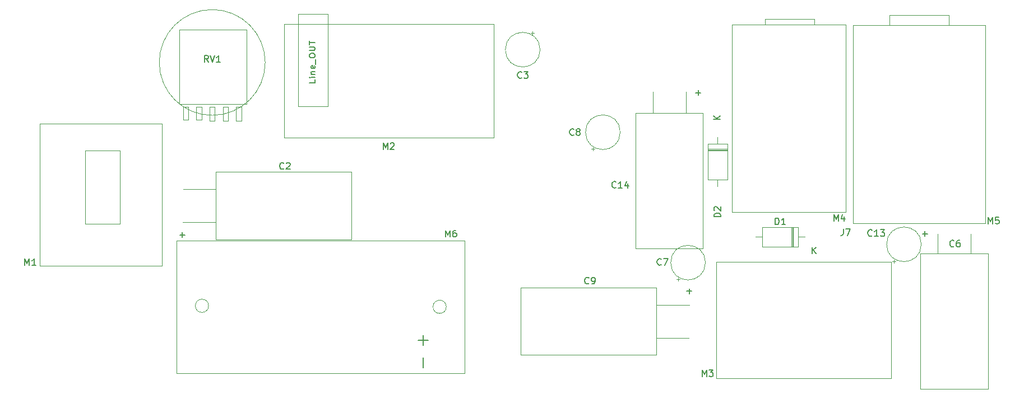
<source format=gbr>
%TF.GenerationSoftware,KiCad,Pcbnew,9.0.5*%
%TF.CreationDate,2025-10-20T18:48:48+02:00*%
%TF.ProjectId,yoradio-2,796f7261-6469-46f2-9d32-2e6b69636164,rev?*%
%TF.SameCoordinates,Original*%
%TF.FileFunction,Legend,Top*%
%TF.FilePolarity,Positive*%
%FSLAX46Y46*%
G04 Gerber Fmt 4.6, Leading zero omitted, Abs format (unit mm)*
G04 Created by KiCad (PCBNEW 9.0.5) date 2025-10-20 18:48:48*
%MOMM*%
%LPD*%
G01*
G04 APERTURE LIST*
%ADD10C,0.200000*%
%ADD11C,0.150000*%
%ADD12C,0.120000*%
%ADD13C,0.050000*%
%ADD14C,0.100000*%
G04 APERTURE END LIST*
D10*
X215422826Y-107483733D02*
X214660922Y-107483733D01*
X215041874Y-107102780D02*
X215041874Y-107864685D01*
D11*
X201290476Y-105554819D02*
X201290476Y-104554819D01*
X201290476Y-104554819D02*
X201623809Y-105269104D01*
X201623809Y-105269104D02*
X201957142Y-104554819D01*
X201957142Y-104554819D02*
X201957142Y-105554819D01*
X202861904Y-104888152D02*
X202861904Y-105554819D01*
X202623809Y-104507200D02*
X202385714Y-105221485D01*
X202385714Y-105221485D02*
X203004761Y-105221485D01*
X142630476Y-107954819D02*
X142630476Y-106954819D01*
X142630476Y-106954819D02*
X142963809Y-107669104D01*
X142963809Y-107669104D02*
X143297142Y-106954819D01*
X143297142Y-106954819D02*
X143297142Y-107954819D01*
X144201904Y-106954819D02*
X144011428Y-106954819D01*
X144011428Y-106954819D02*
X143916190Y-107002438D01*
X143916190Y-107002438D02*
X143868571Y-107050057D01*
X143868571Y-107050057D02*
X143773333Y-107192914D01*
X143773333Y-107192914D02*
X143725714Y-107383390D01*
X143725714Y-107383390D02*
X143725714Y-107764342D01*
X143725714Y-107764342D02*
X143773333Y-107859580D01*
X143773333Y-107859580D02*
X143820952Y-107907200D01*
X143820952Y-107907200D02*
X143916190Y-107954819D01*
X143916190Y-107954819D02*
X144106666Y-107954819D01*
X144106666Y-107954819D02*
X144201904Y-107907200D01*
X144201904Y-107907200D02*
X144249523Y-107859580D01*
X144249523Y-107859580D02*
X144297142Y-107764342D01*
X144297142Y-107764342D02*
X144297142Y-107526247D01*
X144297142Y-107526247D02*
X144249523Y-107431009D01*
X144249523Y-107431009D02*
X144201904Y-107383390D01*
X144201904Y-107383390D02*
X144106666Y-107335771D01*
X144106666Y-107335771D02*
X143916190Y-107335771D01*
X143916190Y-107335771D02*
X143820952Y-107383390D01*
X143820952Y-107383390D02*
X143773333Y-107431009D01*
X143773333Y-107431009D02*
X143725714Y-107526247D01*
D10*
X139259566Y-126227768D02*
X139259566Y-127751578D01*
X139259566Y-122777768D02*
X139259566Y-124301578D01*
X138497661Y-123539673D02*
X140021471Y-123539673D01*
D11*
X79090476Y-112254819D02*
X79090476Y-111254819D01*
X79090476Y-111254819D02*
X79423809Y-111969104D01*
X79423809Y-111969104D02*
X79757142Y-111254819D01*
X79757142Y-111254819D02*
X79757142Y-112254819D01*
X80757142Y-112254819D02*
X80185714Y-112254819D01*
X80471428Y-112254819D02*
X80471428Y-111254819D01*
X80471428Y-111254819D02*
X80376190Y-111397676D01*
X80376190Y-111397676D02*
X80280952Y-111492914D01*
X80280952Y-111492914D02*
X80185714Y-111540533D01*
X168377142Y-100459580D02*
X168329523Y-100507200D01*
X168329523Y-100507200D02*
X168186666Y-100554819D01*
X168186666Y-100554819D02*
X168091428Y-100554819D01*
X168091428Y-100554819D02*
X167948571Y-100507200D01*
X167948571Y-100507200D02*
X167853333Y-100411961D01*
X167853333Y-100411961D02*
X167805714Y-100316723D01*
X167805714Y-100316723D02*
X167758095Y-100126247D01*
X167758095Y-100126247D02*
X167758095Y-99983390D01*
X167758095Y-99983390D02*
X167805714Y-99792914D01*
X167805714Y-99792914D02*
X167853333Y-99697676D01*
X167853333Y-99697676D02*
X167948571Y-99602438D01*
X167948571Y-99602438D02*
X168091428Y-99554819D01*
X168091428Y-99554819D02*
X168186666Y-99554819D01*
X168186666Y-99554819D02*
X168329523Y-99602438D01*
X168329523Y-99602438D02*
X168377142Y-99650057D01*
X169329523Y-100554819D02*
X168758095Y-100554819D01*
X169043809Y-100554819D02*
X169043809Y-99554819D01*
X169043809Y-99554819D02*
X168948571Y-99697676D01*
X168948571Y-99697676D02*
X168853333Y-99792914D01*
X168853333Y-99792914D02*
X168758095Y-99840533D01*
X170186666Y-99888152D02*
X170186666Y-100554819D01*
X169948571Y-99507200D02*
X169710476Y-100221485D01*
X169710476Y-100221485D02*
X170329523Y-100221485D01*
D10*
X181172826Y-86133733D02*
X180410922Y-86133733D01*
X180791874Y-85752780D02*
X180791874Y-86514685D01*
D11*
X118195833Y-97609580D02*
X118148214Y-97657200D01*
X118148214Y-97657200D02*
X118005357Y-97704819D01*
X118005357Y-97704819D02*
X117910119Y-97704819D01*
X117910119Y-97704819D02*
X117767262Y-97657200D01*
X117767262Y-97657200D02*
X117672024Y-97561961D01*
X117672024Y-97561961D02*
X117624405Y-97466723D01*
X117624405Y-97466723D02*
X117576786Y-97276247D01*
X117576786Y-97276247D02*
X117576786Y-97133390D01*
X117576786Y-97133390D02*
X117624405Y-96942914D01*
X117624405Y-96942914D02*
X117672024Y-96847676D01*
X117672024Y-96847676D02*
X117767262Y-96752438D01*
X117767262Y-96752438D02*
X117910119Y-96704819D01*
X117910119Y-96704819D02*
X118005357Y-96704819D01*
X118005357Y-96704819D02*
X118148214Y-96752438D01*
X118148214Y-96752438D02*
X118195833Y-96800057D01*
X118576786Y-96800057D02*
X118624405Y-96752438D01*
X118624405Y-96752438D02*
X118719643Y-96704819D01*
X118719643Y-96704819D02*
X118957738Y-96704819D01*
X118957738Y-96704819D02*
X119052976Y-96752438D01*
X119052976Y-96752438D02*
X119100595Y-96800057D01*
X119100595Y-96800057D02*
X119148214Y-96895295D01*
X119148214Y-96895295D02*
X119148214Y-96990533D01*
X119148214Y-96990533D02*
X119100595Y-97133390D01*
X119100595Y-97133390D02*
X118529167Y-97704819D01*
X118529167Y-97704819D02*
X119148214Y-97704819D01*
D10*
X102851233Y-107239673D02*
X102851233Y-108001578D01*
X102470280Y-107620625D02*
X103232185Y-107620625D01*
D11*
X224590476Y-105954819D02*
X224590476Y-104954819D01*
X224590476Y-104954819D02*
X224923809Y-105669104D01*
X224923809Y-105669104D02*
X225257142Y-104954819D01*
X225257142Y-104954819D02*
X225257142Y-105954819D01*
X226209523Y-104954819D02*
X225733333Y-104954819D01*
X225733333Y-104954819D02*
X225685714Y-105431009D01*
X225685714Y-105431009D02*
X225733333Y-105383390D01*
X225733333Y-105383390D02*
X225828571Y-105335771D01*
X225828571Y-105335771D02*
X226066666Y-105335771D01*
X226066666Y-105335771D02*
X226161904Y-105383390D01*
X226161904Y-105383390D02*
X226209523Y-105431009D01*
X226209523Y-105431009D02*
X226257142Y-105526247D01*
X226257142Y-105526247D02*
X226257142Y-105764342D01*
X226257142Y-105764342D02*
X226209523Y-105859580D01*
X226209523Y-105859580D02*
X226161904Y-105907200D01*
X226161904Y-105907200D02*
X226066666Y-105954819D01*
X226066666Y-105954819D02*
X225828571Y-105954819D01*
X225828571Y-105954819D02*
X225733333Y-105907200D01*
X225733333Y-105907200D02*
X225685714Y-105859580D01*
X154135833Y-83839580D02*
X154088214Y-83887200D01*
X154088214Y-83887200D02*
X153945357Y-83934819D01*
X153945357Y-83934819D02*
X153850119Y-83934819D01*
X153850119Y-83934819D02*
X153707262Y-83887200D01*
X153707262Y-83887200D02*
X153612024Y-83791961D01*
X153612024Y-83791961D02*
X153564405Y-83696723D01*
X153564405Y-83696723D02*
X153516786Y-83506247D01*
X153516786Y-83506247D02*
X153516786Y-83363390D01*
X153516786Y-83363390D02*
X153564405Y-83172914D01*
X153564405Y-83172914D02*
X153612024Y-83077676D01*
X153612024Y-83077676D02*
X153707262Y-82982438D01*
X153707262Y-82982438D02*
X153850119Y-82934819D01*
X153850119Y-82934819D02*
X153945357Y-82934819D01*
X153945357Y-82934819D02*
X154088214Y-82982438D01*
X154088214Y-82982438D02*
X154135833Y-83030057D01*
X154469167Y-82934819D02*
X155088214Y-82934819D01*
X155088214Y-82934819D02*
X154754881Y-83315771D01*
X154754881Y-83315771D02*
X154897738Y-83315771D01*
X154897738Y-83315771D02*
X154992976Y-83363390D01*
X154992976Y-83363390D02*
X155040595Y-83411009D01*
X155040595Y-83411009D02*
X155088214Y-83506247D01*
X155088214Y-83506247D02*
X155088214Y-83744342D01*
X155088214Y-83744342D02*
X155040595Y-83839580D01*
X155040595Y-83839580D02*
X154992976Y-83887200D01*
X154992976Y-83887200D02*
X154897738Y-83934819D01*
X154897738Y-83934819D02*
X154612024Y-83934819D01*
X154612024Y-83934819D02*
X154516786Y-83887200D01*
X154516786Y-83887200D02*
X154469167Y-83839580D01*
X219433333Y-109359580D02*
X219385714Y-109407200D01*
X219385714Y-109407200D02*
X219242857Y-109454819D01*
X219242857Y-109454819D02*
X219147619Y-109454819D01*
X219147619Y-109454819D02*
X219004762Y-109407200D01*
X219004762Y-109407200D02*
X218909524Y-109311961D01*
X218909524Y-109311961D02*
X218861905Y-109216723D01*
X218861905Y-109216723D02*
X218814286Y-109026247D01*
X218814286Y-109026247D02*
X218814286Y-108883390D01*
X218814286Y-108883390D02*
X218861905Y-108692914D01*
X218861905Y-108692914D02*
X218909524Y-108597676D01*
X218909524Y-108597676D02*
X219004762Y-108502438D01*
X219004762Y-108502438D02*
X219147619Y-108454819D01*
X219147619Y-108454819D02*
X219242857Y-108454819D01*
X219242857Y-108454819D02*
X219385714Y-108502438D01*
X219385714Y-108502438D02*
X219433333Y-108550057D01*
X220290476Y-108454819D02*
X220100000Y-108454819D01*
X220100000Y-108454819D02*
X220004762Y-108502438D01*
X220004762Y-108502438D02*
X219957143Y-108550057D01*
X219957143Y-108550057D02*
X219861905Y-108692914D01*
X219861905Y-108692914D02*
X219814286Y-108883390D01*
X219814286Y-108883390D02*
X219814286Y-109264342D01*
X219814286Y-109264342D02*
X219861905Y-109359580D01*
X219861905Y-109359580D02*
X219909524Y-109407200D01*
X219909524Y-109407200D02*
X220004762Y-109454819D01*
X220004762Y-109454819D02*
X220195238Y-109454819D01*
X220195238Y-109454819D02*
X220290476Y-109407200D01*
X220290476Y-109407200D02*
X220338095Y-109359580D01*
X220338095Y-109359580D02*
X220385714Y-109264342D01*
X220385714Y-109264342D02*
X220385714Y-109026247D01*
X220385714Y-109026247D02*
X220338095Y-108931009D01*
X220338095Y-108931009D02*
X220290476Y-108883390D01*
X220290476Y-108883390D02*
X220195238Y-108835771D01*
X220195238Y-108835771D02*
X220004762Y-108835771D01*
X220004762Y-108835771D02*
X219909524Y-108883390D01*
X219909524Y-108883390D02*
X219861905Y-108931009D01*
X219861905Y-108931009D02*
X219814286Y-109026247D01*
X192451905Y-106094819D02*
X192451905Y-105094819D01*
X192451905Y-105094819D02*
X192690000Y-105094819D01*
X192690000Y-105094819D02*
X192832857Y-105142438D01*
X192832857Y-105142438D02*
X192928095Y-105237676D01*
X192928095Y-105237676D02*
X192975714Y-105332914D01*
X192975714Y-105332914D02*
X193023333Y-105523390D01*
X193023333Y-105523390D02*
X193023333Y-105666247D01*
X193023333Y-105666247D02*
X192975714Y-105856723D01*
X192975714Y-105856723D02*
X192928095Y-105951961D01*
X192928095Y-105951961D02*
X192832857Y-106047200D01*
X192832857Y-106047200D02*
X192690000Y-106094819D01*
X192690000Y-106094819D02*
X192451905Y-106094819D01*
X193975714Y-106094819D02*
X193404286Y-106094819D01*
X193690000Y-106094819D02*
X193690000Y-105094819D01*
X193690000Y-105094819D02*
X193594762Y-105237676D01*
X193594762Y-105237676D02*
X193499524Y-105332914D01*
X193499524Y-105332914D02*
X193404286Y-105380533D01*
X198008095Y-110494819D02*
X198008095Y-109494819D01*
X198579523Y-110494819D02*
X198150952Y-109923390D01*
X198579523Y-109494819D02*
X198008095Y-110066247D01*
X202736666Y-106724819D02*
X202736666Y-107439104D01*
X202736666Y-107439104D02*
X202689047Y-107581961D01*
X202689047Y-107581961D02*
X202593809Y-107677200D01*
X202593809Y-107677200D02*
X202450952Y-107724819D01*
X202450952Y-107724819D02*
X202355714Y-107724819D01*
X203117619Y-106724819D02*
X203784285Y-106724819D01*
X203784285Y-106724819D02*
X203355714Y-107724819D01*
X175213333Y-112124693D02*
X175165714Y-112172313D01*
X175165714Y-112172313D02*
X175022857Y-112219932D01*
X175022857Y-112219932D02*
X174927619Y-112219932D01*
X174927619Y-112219932D02*
X174784762Y-112172313D01*
X174784762Y-112172313D02*
X174689524Y-112077074D01*
X174689524Y-112077074D02*
X174641905Y-111981836D01*
X174641905Y-111981836D02*
X174594286Y-111791360D01*
X174594286Y-111791360D02*
X174594286Y-111648503D01*
X174594286Y-111648503D02*
X174641905Y-111458027D01*
X174641905Y-111458027D02*
X174689524Y-111362789D01*
X174689524Y-111362789D02*
X174784762Y-111267551D01*
X174784762Y-111267551D02*
X174927619Y-111219932D01*
X174927619Y-111219932D02*
X175022857Y-111219932D01*
X175022857Y-111219932D02*
X175165714Y-111267551D01*
X175165714Y-111267551D02*
X175213333Y-111315170D01*
X175546667Y-111219932D02*
X176213333Y-111219932D01*
X176213333Y-111219932D02*
X175784762Y-112219932D01*
X181390476Y-129054819D02*
X181390476Y-128054819D01*
X181390476Y-128054819D02*
X181723809Y-128769104D01*
X181723809Y-128769104D02*
X182057142Y-128054819D01*
X182057142Y-128054819D02*
X182057142Y-129054819D01*
X182438095Y-128054819D02*
X183057142Y-128054819D01*
X183057142Y-128054819D02*
X182723809Y-128435771D01*
X182723809Y-128435771D02*
X182866666Y-128435771D01*
X182866666Y-128435771D02*
X182961904Y-128483390D01*
X182961904Y-128483390D02*
X183009523Y-128531009D01*
X183009523Y-128531009D02*
X183057142Y-128626247D01*
X183057142Y-128626247D02*
X183057142Y-128864342D01*
X183057142Y-128864342D02*
X183009523Y-128959580D01*
X183009523Y-128959580D02*
X182961904Y-129007200D01*
X182961904Y-129007200D02*
X182866666Y-129054819D01*
X182866666Y-129054819D02*
X182580952Y-129054819D01*
X182580952Y-129054819D02*
X182485714Y-129007200D01*
X182485714Y-129007200D02*
X182438095Y-128959580D01*
X162013333Y-92499580D02*
X161965714Y-92547200D01*
X161965714Y-92547200D02*
X161822857Y-92594819D01*
X161822857Y-92594819D02*
X161727619Y-92594819D01*
X161727619Y-92594819D02*
X161584762Y-92547200D01*
X161584762Y-92547200D02*
X161489524Y-92451961D01*
X161489524Y-92451961D02*
X161441905Y-92356723D01*
X161441905Y-92356723D02*
X161394286Y-92166247D01*
X161394286Y-92166247D02*
X161394286Y-92023390D01*
X161394286Y-92023390D02*
X161441905Y-91832914D01*
X161441905Y-91832914D02*
X161489524Y-91737676D01*
X161489524Y-91737676D02*
X161584762Y-91642438D01*
X161584762Y-91642438D02*
X161727619Y-91594819D01*
X161727619Y-91594819D02*
X161822857Y-91594819D01*
X161822857Y-91594819D02*
X161965714Y-91642438D01*
X161965714Y-91642438D02*
X162013333Y-91690057D01*
X162584762Y-92023390D02*
X162489524Y-91975771D01*
X162489524Y-91975771D02*
X162441905Y-91928152D01*
X162441905Y-91928152D02*
X162394286Y-91832914D01*
X162394286Y-91832914D02*
X162394286Y-91785295D01*
X162394286Y-91785295D02*
X162441905Y-91690057D01*
X162441905Y-91690057D02*
X162489524Y-91642438D01*
X162489524Y-91642438D02*
X162584762Y-91594819D01*
X162584762Y-91594819D02*
X162775238Y-91594819D01*
X162775238Y-91594819D02*
X162870476Y-91642438D01*
X162870476Y-91642438D02*
X162918095Y-91690057D01*
X162918095Y-91690057D02*
X162965714Y-91785295D01*
X162965714Y-91785295D02*
X162965714Y-91832914D01*
X162965714Y-91832914D02*
X162918095Y-91928152D01*
X162918095Y-91928152D02*
X162870476Y-91975771D01*
X162870476Y-91975771D02*
X162775238Y-92023390D01*
X162775238Y-92023390D02*
X162584762Y-92023390D01*
X162584762Y-92023390D02*
X162489524Y-92071009D01*
X162489524Y-92071009D02*
X162441905Y-92118628D01*
X162441905Y-92118628D02*
X162394286Y-92213866D01*
X162394286Y-92213866D02*
X162394286Y-92404342D01*
X162394286Y-92404342D02*
X162441905Y-92499580D01*
X162441905Y-92499580D02*
X162489524Y-92547200D01*
X162489524Y-92547200D02*
X162584762Y-92594819D01*
X162584762Y-92594819D02*
X162775238Y-92594819D01*
X162775238Y-92594819D02*
X162870476Y-92547200D01*
X162870476Y-92547200D02*
X162918095Y-92499580D01*
X162918095Y-92499580D02*
X162965714Y-92404342D01*
X162965714Y-92404342D02*
X162965714Y-92213866D01*
X162965714Y-92213866D02*
X162918095Y-92118628D01*
X162918095Y-92118628D02*
X162870476Y-92071009D01*
X162870476Y-92071009D02*
X162775238Y-92023390D01*
X164285833Y-114969580D02*
X164238214Y-115017200D01*
X164238214Y-115017200D02*
X164095357Y-115064819D01*
X164095357Y-115064819D02*
X164000119Y-115064819D01*
X164000119Y-115064819D02*
X163857262Y-115017200D01*
X163857262Y-115017200D02*
X163762024Y-114921961D01*
X163762024Y-114921961D02*
X163714405Y-114826723D01*
X163714405Y-114826723D02*
X163666786Y-114636247D01*
X163666786Y-114636247D02*
X163666786Y-114493390D01*
X163666786Y-114493390D02*
X163714405Y-114302914D01*
X163714405Y-114302914D02*
X163762024Y-114207676D01*
X163762024Y-114207676D02*
X163857262Y-114112438D01*
X163857262Y-114112438D02*
X164000119Y-114064819D01*
X164000119Y-114064819D02*
X164095357Y-114064819D01*
X164095357Y-114064819D02*
X164238214Y-114112438D01*
X164238214Y-114112438D02*
X164285833Y-114160057D01*
X164762024Y-115064819D02*
X164952500Y-115064819D01*
X164952500Y-115064819D02*
X165047738Y-115017200D01*
X165047738Y-115017200D02*
X165095357Y-114969580D01*
X165095357Y-114969580D02*
X165190595Y-114826723D01*
X165190595Y-114826723D02*
X165238214Y-114636247D01*
X165238214Y-114636247D02*
X165238214Y-114255295D01*
X165238214Y-114255295D02*
X165190595Y-114160057D01*
X165190595Y-114160057D02*
X165142976Y-114112438D01*
X165142976Y-114112438D02*
X165047738Y-114064819D01*
X165047738Y-114064819D02*
X164857262Y-114064819D01*
X164857262Y-114064819D02*
X164762024Y-114112438D01*
X164762024Y-114112438D02*
X164714405Y-114160057D01*
X164714405Y-114160057D02*
X164666786Y-114255295D01*
X164666786Y-114255295D02*
X164666786Y-114493390D01*
X164666786Y-114493390D02*
X164714405Y-114588628D01*
X164714405Y-114588628D02*
X164762024Y-114636247D01*
X164762024Y-114636247D02*
X164857262Y-114683866D01*
X164857262Y-114683866D02*
X165047738Y-114683866D01*
X165047738Y-114683866D02*
X165142976Y-114636247D01*
X165142976Y-114636247D02*
X165190595Y-114588628D01*
X165190595Y-114588628D02*
X165238214Y-114493390D01*
D10*
X179443766Y-116540326D02*
X179443766Y-115778422D01*
X179824719Y-116159374D02*
X179062814Y-116159374D01*
D11*
X133212976Y-94724819D02*
X133212976Y-93724819D01*
X133212976Y-93724819D02*
X133546309Y-94439104D01*
X133546309Y-94439104D02*
X133879642Y-93724819D01*
X133879642Y-93724819D02*
X133879642Y-94724819D01*
X134308214Y-93820057D02*
X134355833Y-93772438D01*
X134355833Y-93772438D02*
X134451071Y-93724819D01*
X134451071Y-93724819D02*
X134689166Y-93724819D01*
X134689166Y-93724819D02*
X134784404Y-93772438D01*
X134784404Y-93772438D02*
X134832023Y-93820057D01*
X134832023Y-93820057D02*
X134879642Y-93915295D01*
X134879642Y-93915295D02*
X134879642Y-94010533D01*
X134879642Y-94010533D02*
X134832023Y-94153390D01*
X134832023Y-94153390D02*
X134260595Y-94724819D01*
X134260595Y-94724819D02*
X134879642Y-94724819D01*
X122886795Y-84139047D02*
X122886795Y-84615237D01*
X122886795Y-84615237D02*
X122086795Y-84615237D01*
X122886795Y-83805713D02*
X122353461Y-83805713D01*
X122086795Y-83805713D02*
X122124890Y-83853332D01*
X122124890Y-83853332D02*
X122162985Y-83805713D01*
X122162985Y-83805713D02*
X122124890Y-83758094D01*
X122124890Y-83758094D02*
X122086795Y-83805713D01*
X122086795Y-83805713D02*
X122162985Y-83805713D01*
X122353461Y-83329523D02*
X122886795Y-83329523D01*
X122429652Y-83329523D02*
X122391557Y-83281904D01*
X122391557Y-83281904D02*
X122353461Y-83186666D01*
X122353461Y-83186666D02*
X122353461Y-83043809D01*
X122353461Y-83043809D02*
X122391557Y-82948571D01*
X122391557Y-82948571D02*
X122467747Y-82900952D01*
X122467747Y-82900952D02*
X122886795Y-82900952D01*
X122848700Y-82043809D02*
X122886795Y-82139047D01*
X122886795Y-82139047D02*
X122886795Y-82329523D01*
X122886795Y-82329523D02*
X122848700Y-82424761D01*
X122848700Y-82424761D02*
X122772509Y-82472380D01*
X122772509Y-82472380D02*
X122467747Y-82472380D01*
X122467747Y-82472380D02*
X122391557Y-82424761D01*
X122391557Y-82424761D02*
X122353461Y-82329523D01*
X122353461Y-82329523D02*
X122353461Y-82139047D01*
X122353461Y-82139047D02*
X122391557Y-82043809D01*
X122391557Y-82043809D02*
X122467747Y-81996190D01*
X122467747Y-81996190D02*
X122543938Y-81996190D01*
X122543938Y-81996190D02*
X122620128Y-82472380D01*
X122962985Y-81805714D02*
X122962985Y-81043809D01*
X122086795Y-80615237D02*
X122086795Y-80424761D01*
X122086795Y-80424761D02*
X122124890Y-80329523D01*
X122124890Y-80329523D02*
X122201080Y-80234285D01*
X122201080Y-80234285D02*
X122353461Y-80186666D01*
X122353461Y-80186666D02*
X122620128Y-80186666D01*
X122620128Y-80186666D02*
X122772509Y-80234285D01*
X122772509Y-80234285D02*
X122848700Y-80329523D01*
X122848700Y-80329523D02*
X122886795Y-80424761D01*
X122886795Y-80424761D02*
X122886795Y-80615237D01*
X122886795Y-80615237D02*
X122848700Y-80710475D01*
X122848700Y-80710475D02*
X122772509Y-80805713D01*
X122772509Y-80805713D02*
X122620128Y-80853332D01*
X122620128Y-80853332D02*
X122353461Y-80853332D01*
X122353461Y-80853332D02*
X122201080Y-80805713D01*
X122201080Y-80805713D02*
X122124890Y-80710475D01*
X122124890Y-80710475D02*
X122086795Y-80615237D01*
X122086795Y-79758094D02*
X122734414Y-79758094D01*
X122734414Y-79758094D02*
X122810604Y-79710475D01*
X122810604Y-79710475D02*
X122848700Y-79662856D01*
X122848700Y-79662856D02*
X122886795Y-79567618D01*
X122886795Y-79567618D02*
X122886795Y-79377142D01*
X122886795Y-79377142D02*
X122848700Y-79281904D01*
X122848700Y-79281904D02*
X122810604Y-79234285D01*
X122810604Y-79234285D02*
X122734414Y-79186666D01*
X122734414Y-79186666D02*
X122086795Y-79186666D01*
X122086795Y-78853332D02*
X122086795Y-78281904D01*
X122886795Y-78567618D02*
X122086795Y-78567618D01*
X106797261Y-81504819D02*
X106463928Y-81028628D01*
X106225833Y-81504819D02*
X106225833Y-80504819D01*
X106225833Y-80504819D02*
X106606785Y-80504819D01*
X106606785Y-80504819D02*
X106702023Y-80552438D01*
X106702023Y-80552438D02*
X106749642Y-80600057D01*
X106749642Y-80600057D02*
X106797261Y-80695295D01*
X106797261Y-80695295D02*
X106797261Y-80838152D01*
X106797261Y-80838152D02*
X106749642Y-80933390D01*
X106749642Y-80933390D02*
X106702023Y-80981009D01*
X106702023Y-80981009D02*
X106606785Y-81028628D01*
X106606785Y-81028628D02*
X106225833Y-81028628D01*
X107082976Y-80504819D02*
X107416309Y-81504819D01*
X107416309Y-81504819D02*
X107749642Y-80504819D01*
X108606785Y-81504819D02*
X108035357Y-81504819D01*
X108321071Y-81504819D02*
X108321071Y-80504819D01*
X108321071Y-80504819D02*
X108225833Y-80647676D01*
X108225833Y-80647676D02*
X108130595Y-80742914D01*
X108130595Y-80742914D02*
X108035357Y-80790533D01*
X184184819Y-104898094D02*
X183184819Y-104898094D01*
X183184819Y-104898094D02*
X183184819Y-104659999D01*
X183184819Y-104659999D02*
X183232438Y-104517142D01*
X183232438Y-104517142D02*
X183327676Y-104421904D01*
X183327676Y-104421904D02*
X183422914Y-104374285D01*
X183422914Y-104374285D02*
X183613390Y-104326666D01*
X183613390Y-104326666D02*
X183756247Y-104326666D01*
X183756247Y-104326666D02*
X183946723Y-104374285D01*
X183946723Y-104374285D02*
X184041961Y-104421904D01*
X184041961Y-104421904D02*
X184137200Y-104517142D01*
X184137200Y-104517142D02*
X184184819Y-104659999D01*
X184184819Y-104659999D02*
X184184819Y-104898094D01*
X183280057Y-103945713D02*
X183232438Y-103898094D01*
X183232438Y-103898094D02*
X183184819Y-103802856D01*
X183184819Y-103802856D02*
X183184819Y-103564761D01*
X183184819Y-103564761D02*
X183232438Y-103469523D01*
X183232438Y-103469523D02*
X183280057Y-103421904D01*
X183280057Y-103421904D02*
X183375295Y-103374285D01*
X183375295Y-103374285D02*
X183470533Y-103374285D01*
X183470533Y-103374285D02*
X183613390Y-103421904D01*
X183613390Y-103421904D02*
X184184819Y-103993332D01*
X184184819Y-103993332D02*
X184184819Y-103374285D01*
X184154819Y-90161904D02*
X183154819Y-90161904D01*
X184154819Y-89590476D02*
X183583390Y-90019047D01*
X183154819Y-89590476D02*
X183726247Y-90161904D01*
X207057142Y-107759580D02*
X207009523Y-107807200D01*
X207009523Y-107807200D02*
X206866666Y-107854819D01*
X206866666Y-107854819D02*
X206771428Y-107854819D01*
X206771428Y-107854819D02*
X206628571Y-107807200D01*
X206628571Y-107807200D02*
X206533333Y-107711961D01*
X206533333Y-107711961D02*
X206485714Y-107616723D01*
X206485714Y-107616723D02*
X206438095Y-107426247D01*
X206438095Y-107426247D02*
X206438095Y-107283390D01*
X206438095Y-107283390D02*
X206485714Y-107092914D01*
X206485714Y-107092914D02*
X206533333Y-106997676D01*
X206533333Y-106997676D02*
X206628571Y-106902438D01*
X206628571Y-106902438D02*
X206771428Y-106854819D01*
X206771428Y-106854819D02*
X206866666Y-106854819D01*
X206866666Y-106854819D02*
X207009523Y-106902438D01*
X207009523Y-106902438D02*
X207057142Y-106950057D01*
X208009523Y-107854819D02*
X207438095Y-107854819D01*
X207723809Y-107854819D02*
X207723809Y-106854819D01*
X207723809Y-106854819D02*
X207628571Y-106997676D01*
X207628571Y-106997676D02*
X207533333Y-107092914D01*
X207533333Y-107092914D02*
X207438095Y-107140533D01*
X208342857Y-106854819D02*
X208961904Y-106854819D01*
X208961904Y-106854819D02*
X208628571Y-107235771D01*
X208628571Y-107235771D02*
X208771428Y-107235771D01*
X208771428Y-107235771D02*
X208866666Y-107283390D01*
X208866666Y-107283390D02*
X208914285Y-107331009D01*
X208914285Y-107331009D02*
X208961904Y-107426247D01*
X208961904Y-107426247D02*
X208961904Y-107664342D01*
X208961904Y-107664342D02*
X208914285Y-107759580D01*
X208914285Y-107759580D02*
X208866666Y-107807200D01*
X208866666Y-107807200D02*
X208771428Y-107854819D01*
X208771428Y-107854819D02*
X208485714Y-107854819D01*
X208485714Y-107854819D02*
X208390476Y-107807200D01*
X208390476Y-107807200D02*
X208342857Y-107759580D01*
%TO.C,M4*%
D12*
X185912500Y-75850000D02*
X203112500Y-75850000D01*
X203112500Y-104150000D01*
X185912500Y-104150000D01*
X185912500Y-75850000D01*
X190862500Y-74950000D02*
X198362500Y-74950000D01*
X198362500Y-75850000D01*
X190862500Y-75850000D01*
X190862500Y-74950000D01*
%TO.C,M6*%
X145542500Y-108470000D02*
X102042500Y-108470000D01*
X102042500Y-128570000D01*
X145542500Y-128570000D01*
X145542500Y-108470000D01*
D13*
X106842500Y-118370000D02*
G75*
G02*
X104842500Y-118370000I-1000000J0D01*
G01*
X104842500Y-118370000D02*
G75*
G02*
X106842500Y-118370000I1000000J0D01*
G01*
X142742500Y-118520000D02*
G75*
G02*
X140742500Y-118520000I-1000000J0D01*
G01*
X140742500Y-118520000D02*
G75*
G02*
X142742500Y-118520000I1000000J0D01*
G01*
%TO.C,M1*%
D12*
X81342500Y-90820000D02*
X99842500Y-90820000D01*
X99842500Y-112320000D01*
X81342500Y-112320000D01*
X81342500Y-90820000D01*
X88192500Y-94870000D02*
X93492500Y-94870000D01*
X93492500Y-105970000D01*
X88192500Y-105970000D01*
X88192500Y-94870000D01*
D14*
%TO.C,C14*%
X173942500Y-86020000D02*
X173942500Y-89120000D01*
X178942500Y-86020000D02*
X178942500Y-89120000D01*
D12*
X181542500Y-109720000D02*
X171342500Y-109720000D01*
X171342500Y-89220000D01*
X181542500Y-89220000D01*
X181542500Y-109720000D01*
D14*
%TO.C,C2*%
X102937500Y-105720000D02*
X107837500Y-105720000D01*
X103037500Y-100720000D02*
X107837500Y-100720000D01*
D12*
X128437500Y-98120000D02*
X107937500Y-98120000D01*
X107937500Y-108320000D01*
X128437500Y-108320000D01*
X128437500Y-98120000D01*
%TO.C,M5*%
X204182500Y-75870000D02*
X224182500Y-75870000D01*
X224182500Y-105870000D01*
X204182500Y-105870000D01*
X204182500Y-75870000D01*
X209682500Y-74370000D02*
X218682500Y-74370000D01*
X218682500Y-75870000D01*
X209682500Y-75870000D01*
X209682500Y-74370000D01*
%TO.C,C3*%
X155767500Y-76810113D02*
X155767500Y-77310113D01*
X156017500Y-77060113D02*
X155517500Y-77060113D01*
X156912500Y-79614888D02*
G75*
G02*
X151672500Y-79614888I-2620000J0D01*
G01*
X151672500Y-79614888D02*
G75*
G02*
X156912500Y-79614888I2620000J0D01*
G01*
D14*
%TO.C,C6*%
X216992500Y-107470000D02*
X216992500Y-110370000D01*
X221992500Y-107470000D02*
X221992500Y-110370000D01*
D12*
X224592500Y-130970000D02*
X214392500Y-130970000D01*
X214392500Y-110470000D01*
X224592500Y-110470000D01*
X224592500Y-130970000D01*
%TO.C,D1*%
X189450000Y-107940000D02*
X190470000Y-107940000D01*
X194890000Y-109410000D02*
X194890000Y-106470000D01*
X195010000Y-109410000D02*
X195010000Y-106470000D01*
X195130000Y-109410000D02*
X195130000Y-106470000D01*
X196930000Y-107940000D02*
X195910000Y-107940000D01*
X195910000Y-109410000D02*
X190470000Y-109410000D01*
X190470000Y-106470000D01*
X195910000Y-106470000D01*
X195910000Y-109410000D01*
%TO.C,C7*%
X177545000Y-114389888D02*
X178045000Y-114389888D01*
X177795000Y-114639888D02*
X177795000Y-114139888D01*
X181890000Y-111835113D02*
G75*
G02*
X176650000Y-111835113I-2620000J0D01*
G01*
X176650000Y-111835113D02*
G75*
G02*
X181890000Y-111835113I2620000J0D01*
G01*
%TO.C,M3*%
X209977500Y-129350000D02*
X183577500Y-129350000D01*
X183577500Y-111750000D01*
X209977500Y-111750000D01*
X209977500Y-129350000D01*
%TO.C,C8*%
X164675000Y-94659888D02*
X165175000Y-94659888D01*
X164925000Y-94909888D02*
X164925000Y-94409888D01*
X169020000Y-92105113D02*
G75*
G02*
X163780000Y-92105113I-2620000J0D01*
G01*
X163780000Y-92105113D02*
G75*
G02*
X169020000Y-92105113I2620000J0D01*
G01*
D14*
%TO.C,C9*%
X179357500Y-123210000D02*
X174557500Y-123210000D01*
X179457500Y-118210000D02*
X174557500Y-118210000D01*
D12*
X153957500Y-125810000D02*
X174457500Y-125810000D01*
X174457500Y-115610000D01*
X153957500Y-115610000D01*
X153957500Y-125810000D01*
%TO.C,M2*%
X118242500Y-92920000D02*
X149942500Y-92920000D01*
X149942500Y-75720000D01*
X118242500Y-75720000D01*
X118242500Y-92920000D01*
X120392500Y-88220000D02*
X124892500Y-88220000D01*
X124892500Y-74220000D01*
X120392500Y-74220000D01*
X120392500Y-88220000D01*
%TO.C,RV1*%
X102402500Y-76560000D02*
X112552500Y-76560000D01*
X112552500Y-87830000D01*
X102402500Y-87830000D01*
X102402500Y-76560000D01*
X102992500Y-88250000D02*
X103792500Y-88250000D01*
X103792500Y-90250000D01*
X102992500Y-90250000D01*
X102992500Y-88250000D01*
X104992500Y-88250000D02*
X105792500Y-88250000D01*
X105792500Y-90250000D01*
X104992500Y-90250000D01*
X104992500Y-88250000D01*
X106992500Y-88250000D02*
X107792500Y-88250000D01*
X107792500Y-90350000D01*
X106992500Y-90350000D01*
X106992500Y-88250000D01*
X108992500Y-88250000D02*
X109792500Y-88250000D01*
X109792500Y-90350000D01*
X108992500Y-90350000D01*
X108992500Y-88250000D01*
X110992500Y-88250000D02*
X111792500Y-88250000D01*
X111792500Y-90350000D01*
X110992500Y-90350000D01*
X110992500Y-88250000D01*
X115392500Y-81550000D02*
G75*
G02*
X99392500Y-81550000I-8000000J0D01*
G01*
X99392500Y-81550000D02*
G75*
G02*
X115392500Y-81550000I8000000J0D01*
G01*
%TO.C,D2*%
X183732500Y-92840000D02*
X183732500Y-93860000D01*
X183732500Y-100320000D02*
X183732500Y-99300000D01*
X185202500Y-94640000D02*
X182262500Y-94640000D01*
X185202500Y-94760000D02*
X182262500Y-94760000D01*
X185202500Y-94880000D02*
X182262500Y-94880000D01*
X185202500Y-93860000D02*
X182262500Y-93860000D01*
X182262500Y-99300000D01*
X185202500Y-99300000D01*
X185202500Y-93860000D01*
%TO.C,C13*%
X210155000Y-111619888D02*
X210655000Y-111619888D01*
X210405000Y-111869888D02*
X210405000Y-111369888D01*
X214500000Y-109065113D02*
G75*
G02*
X209260000Y-109065113I-2620000J0D01*
G01*
X209260000Y-109065113D02*
G75*
G02*
X214500000Y-109065113I2620000J0D01*
G01*
%TD*%
M02*

</source>
